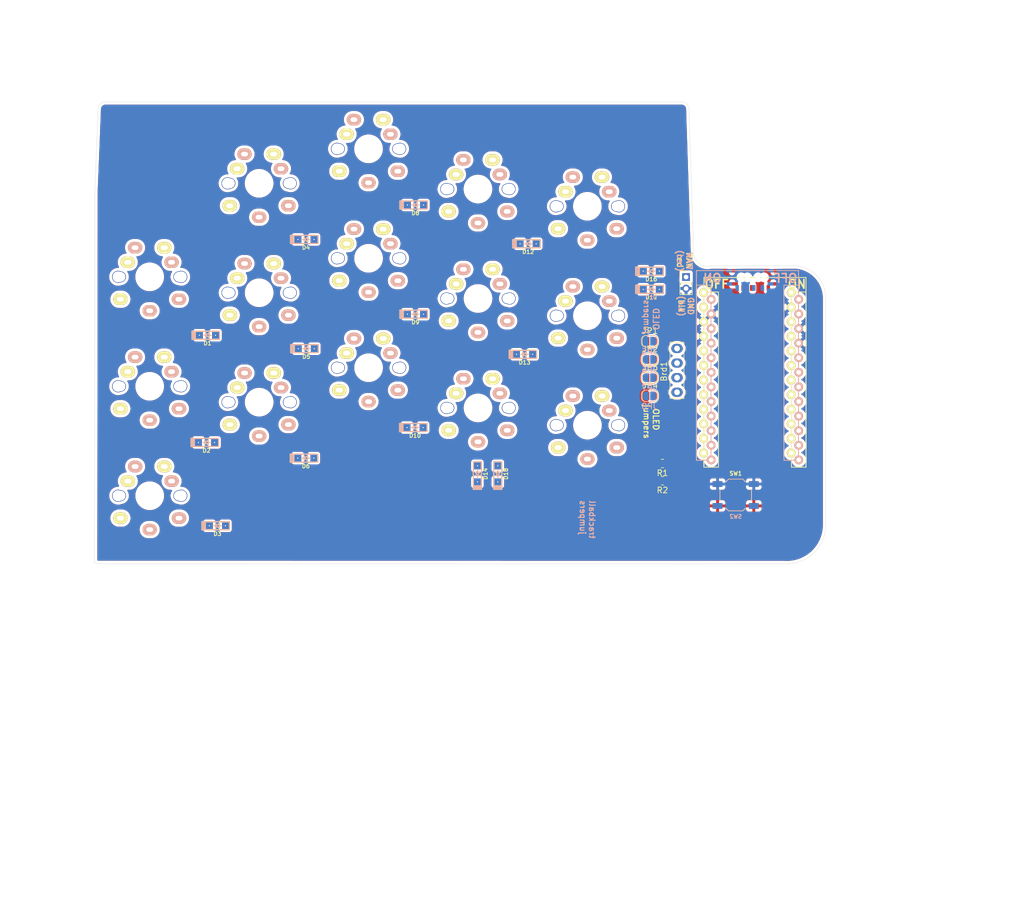
<source format=kicad_pcb>
(kicad_pcb (version 20211014) (generator pcbnew)
  (layers (0 "F.Cu" signal) (31 "B.Cu" signal) (34 "B.Paste" user) (35 "F.Paste" user) (36 "B.SilkS" user "B.Silkscreen") (37 "F.SilkS" user "F.Silkscreen") (38 "B.Mask" user) (39 "F.Mask" user) (44 "Edge.Cuts" user))
  (net 0 "")
  (net 1 "Net-(Brd1-Pad2)")
  (net 2 "Net-(Brd1-Pad1)")
  (net 3 "Net-(Brd1-Pad3)")
  (net 4 "Net-(Brd1-Pad4)")
  (net 5 "Net-(D1-Pad2)")
  (net 6 "row0")
  (net 7 "Net-(D2-Pad2)")
  (net 8 "row1")
  (net 9 "Net-(D3-Pad2)")
  (net 10 "row2")
  (net 11 "Net-(D4-Pad2)")
  (net 12 "Net-(D5-Pad2)")
  (net 13 "Net-(D6-Pad2)")
  (net 14 "row3")
  (net 15 "Net-(D8-Pad2)")
  (net 16 "Net-(D9-Pad2)")
  (net 17 "Net-(D10-Pad2)")
  (net 18 "Net-(D12-Pad2)")
  (net 19 "Net-(D13-Pad2)")
  (net 20 "Net-(D14-Pad2)")
  (net 21 "Net-(D16-Pad2)")
  (net 22 "Net-(D17-Pad2)")
  (net 23 "Net-(D18-Pad2)")
  (net 24 "power")
  (net 26 "leds")
  (net 27 "ground")
  (net 32 "sda")
  (net 33 "scl")
  (net 34 "col0")
  (net 35 "col1")
  (net 36 "col2")
  (net 37 "col3")
  (net 38 "col4")
  (net 39 "reset")
  (net 40 "connection")
  (net 41 "Net-(BT1-Pad1)")
  (net 42 "raw")
  (footprint "SSD1306:128x64OLED" (layer "F.Cu") (at 189.70625 90.4875 90)
    (fp_text reference "Brd1" (at 0 -12.9 90) (layer "F.SilkS"))
    (fp_text value "SSD1306")
    (pad "1" thru_hole oval locked (at -3.62 -10.6 180) (size 2 1.6) (drill 1) (layers *.Cu *.Mask) (net 2 "Net-(Brd1-Pad1)"))
    (pad "2" thru_hole oval locked (at -1.08 -10.6 180) (size 2 1.6) (drill 1) (layers *.Cu *.Mask) (net 1 "Net-(Brd1-Pad2)"))
    (pad "3" thru_hole oval locked (at 1.46 -10.6 180) (size 2 1.6) (drill 1) (layers *.Cu *.Mask) (net 3 "Net-(Brd1-Pad3)"))
    (pad "4" thru_hole oval locked (at 4 -10.6 180) (size 2 1.6) (drill 1) (layers *.Cu *.Mask) (net 4 "Net-(Brd1-Pad4)"))
  )
  (footprint "Keebio-Parts:D_SOD123F" (layer "F.Cu") (at 99.1 117.35)
    (fp_text reference "D3" (at 0 1.4) (layer "F.SilkS") (effects (font (size 0.7 0.7))))
    (fp_text value "D_Small" hide)
    (pad "1" thru_hole rect locked (at -1.4 0) (size 1.2 1.2) (drill 0.2) (layers *.Cu *.Mask) (net 10 "row2"))
    (pad "2" thru_hole rect locked (at 1.4 0) (size 1.2 1.2) (drill 0.2) (layers *.Cu *.Mask) (net 9 "Net-(D3-Pad2)"))
  )
  (footprint "Jumper:SolderJumper-2_P1.3mm_Open_RoundedPad1.0x1.5mm" (layer "F.Cu") (at 174.43125 85.225)
    (fp_text reference "JP1" (at 0 -1.8) (layer "F.SilkS"))
    (fp_text value "Jumper_NO_Small")
    (pad "1" smd custom locked (at -0.65 0) (size 1 0.5) (layers "F.Cu" "F.Mask") (net 32 "sda") (options (clearance outline) (anchor rect)) (primitives (gr_circle (center 0 0.25) (end 0.5 0.25) (width 0) (fill yes)) (gr_circle (center 0 -0.25) (end 0.5 -0.25) (width 0) (fill yes)) (gr_poly (pts (xy 0 -0.75) (xy 0.5 -0.75) (xy 0.5 0.75) (xy 0 0.75)) (width 0) (fill yes))))
    (pad "2" smd custom locked (at 0.65 0) (size 1 0.5) (layers "F.Cu" "F.Mask") (net 4 "Net-(Brd1-Pad4)") (options (clearance outline) (anchor rect)) (primitives (gr_circle (center 0 0.25) (end 0.5 0.25) (width 0) (fill yes)) (gr_circle (center 0 -0.25) (end 0.5 -0.25) (width 0) (fill yes)) (gr_poly (pts (xy 0 -0.75) (xy -0.5 -0.75) (xy -0.5 0.75) (xy 0 0.75)) (width 0) (fill yes))))
  )
  (footprint "Jumper:SolderJumper-2_P1.3mm_Open_RoundedPad1.0x1.5mm" (layer "F.Cu") (at 174.43125 88.4)
    (fp_text reference "JP2" (at 0 -1.8) (layer "F.SilkS"))
    (fp_text value "Jumper_NO_Small")
    (pad "1" smd custom locked (at -0.65 0) (size 1 0.5) (layers "F.Cu" "F.Mask") (net 33 "scl") (options (clearance outline) (anchor rect)) (primitives (gr_circle (center 0 0.25) (end 0.5 0.25) (width 0) (fill yes)) (gr_circle (center 0 -0.25) (end 0.5 -0.25) (width 0) (fill yes)) (gr_poly (pts (xy 0 -0.75) (xy 0.5 -0.75) (xy 0.5 0.75) (xy 0 0.75)) (width 0) (fill yes))))
    (pad "2" smd custom locked (at 0.65 0) (size 1 0.5) (layers "F.Cu" "F.Mask") (net 3 "Net-(Brd1-Pad3)") (options (clearance outline) (anchor rect)) (primitives (gr_circle (center 0 0.25) (end 0.5 0.25) (width 0) (fill yes)) (gr_circle (center 0 -0.25) (end 0.5 -0.25) (width 0) (fill yes)) (gr_poly (pts (xy 0 -0.75) (xy -0.5 -0.75) (xy -0.5 0.75) (xy 0 0.75)) (width 0) (fill yes))))
  )
  (footprint "Jumper:SolderJumper-2_P1.3mm_Open_RoundedPad1.0x1.5mm" (layer "F.Cu") (at 174.43125 91.575)
    (fp_text reference "JP3" (at 0 -1.8) (layer "F.SilkS"))
    (fp_text value "Jumper_NO_Small")
    (pad "1" smd custom locked (at -0.65 0) (size 1 0.5) (layers "F.Cu" "F.Mask") (net 24 "power") (options (clearance outline) (anchor rect)) (primitives (gr_circle (center 0 0.25) (end 0.5 0.25) (width 0) (fill yes)) (gr_circle (center 0 -0.25) (end 0.5 -0.25) (width 0) (fill yes)) (gr_poly (pts (xy 0 -0.75) (xy 0.5 -0.75) (xy 0.5 0.75) (xy 0 0.75)) (width 0) (fill yes))))
    (pad "2" smd custom locked (at 0.65 0) (size 1 0.5) (layers "F.Cu" "F.Mask") (net 1 "Net-(Brd1-Pad2)") (options (clearance outline) (anchor rect)) (primitives (gr_circle (center 0 0.25) (end 0.5 0.25) (width 0) (fill yes)) (gr_circle (center 0 -0.25) (end 0.5 -0.25) (width 0) (fill yes)) (gr_poly (pts (xy 0 -0.75) (xy -0.5 -0.75) (xy -0.5 0.75) (xy 0 0.75)) (width 0) (fill yes))))
  )
  (footprint "Jumper:SolderJumper-2_P1.3mm_Open_RoundedPad1.0x1.5mm" (layer "F.Cu") (at 174.43125 94.75)
    (fp_text reference "JP4" (at 0 -1.8) (layer "F.SilkS"))
    (fp_text value "Jumper_NO_Small")
    (pad "1" smd custom locked (at -0.65 0) (size 1 0.5) (layers "F.Cu" "F.Mask") (net 27 "ground") (options (clearance outline) (anchor rect)) (primitives (gr_circle (center 0 0.25) (end 0.5 0.25) (width 0) (fill yes)) (gr_circle (center 0 -0.25) (end 0.5 -0.25) (width 0) (fill yes)) (gr_poly (pts (xy 0 -0.75) (xy 0.5 -0.75) (xy 0.5 0.75) (xy 0 0.75)) (width 0) (fill yes))))
    (pad "2" smd custom locked (at 0.65 0) (size 1 0.5) (layers "F.Cu" "F.Mask") (net 2 "Net-(Brd1-Pad1)") (options (clearance outline) (anchor rect)) (primitives (gr_circle (center 0 0.25) (end 0.5 0.25) (width 0) (fill yes)) (gr_circle (center 0 -0.25) (end 0.5 -0.25) (width 0) (fill yes)) (gr_poly (pts (xy 0 -0.75) (xy -0.5 -0.75) (xy -0.5 0.75) (xy 0 0.75)) (width 0) (fill yes))))
  )
  (footprint "other_parts:CherryMX_Choc_1u_reversible" (layer "F.Cu") (at 87.30565 74.0186)
    (fp_text reference "MX1" hide)
    (fp_text value "MX-NoLED" hide)
    (pad "" np_thru_hole circle locked (at 5.08 0) (size 1.9 1.9) (drill 1.7) (layers *.Cu *.Mask))
    (pad "" np_thru_hole circle locked (at 0 0 90) (size 4 4) (drill 4) (layers *.Cu *.Mask))
    (pad "" np_thru_hole circle locked (at 5.5 0 90) (size 2.1 2.1) (drill 1.9) (layers *.Cu *.Mask))
    (pad "" np_thru_hole circle locked (at -5.5 0 90) (size 2.1 2.1) (drill 1.9) (layers *.Cu *.Mask))
    (pad "" np_thru_hole circle locked (at -5.08 0) (size 1.9 1.9) (drill 1.7) (layers *.Cu *.Mask))
    (pad "1" thru_hole oval locked (at 3.81 -2.54) (size 2.5 2) (drill oval 1.2 0.8) (layers *.Cu "B.SilkS" "F.Mask") (net 34 "col0"))
    (pad "1" thru_hole oval locked (at 5.1 3.9) (size 2.5 2) (drill oval 1.2 0.8) (layers *.Cu "B.SilkS" "F.Mask") (net 34 "col0"))
    (pad "1" thru_hole oval locked (at -5.1 3.9) (size 2.5 2) (drill oval 1.2 0.8) (layers *.Cu "F.SilkS" "B.Mask") (net 34 "col0"))
    (pad "1" thru_hole oval locked (at -3.81 -2.54) (size 2.5 2) (drill oval 1.2 0.8) (layers *.Cu "F.SilkS" "B.Mask") (net 34 "col0"))
    (pad "2" thru_hole oval locked (at -2.54 -5.08) (size 2.5 2) (drill oval 1.2 0.8) (layers *.Cu "B.SilkS" "F.Mask") (net 5 "Net-(D1-Pad2)"))
    (pad "2" thru_hole oval locked (at 0 5.9) (size 2.5 2) (drill oval 1.2 0.8) (layers *.Cu *.SilkS *.Mask) (net 5 "Net-(D1-Pad2)"))
    (pad "2" thru_hole oval locked (at 2.54 -5.08) (size 2.5 2) (drill oval 1.2 0.8) (layers *.Cu "F.SilkS" "B.Mask") (net 5 "Net-(D1-Pad2)"))
  )
  (footprint "other_parts:CherryMX_Choc_1u_reversible" (layer "F.Cu") (at 87.30565 93.07)
    (fp_text reference "MX2" hide)
    (fp_text value "MX-NoLED" hide)
    (pad "" np_thru_hole circle locked (at -5.5 0 90) (size 2.1 2.1) (drill 1.9) (layers *.Cu *.Mask))
    (pad "" np_thru_hole circle locked (at -5.08 0) (size 1.9 1.9) (drill 1.7) (layers *.Cu *.Mask))
    (pad "" np_thru_hole circle locked (at 5.08 0) (size 1.9 1.9) (drill 1.7) (layers *.Cu *.Mask))
    (pad "" np_thru_hole circle locked (at 5.5 0 90) (size 2.1 2.1) (drill 1.9) (layers *.Cu *.Mask))
    (pad "" np_thru_hole circle locked (at 0 0 90) (size 4 4) (drill 4) (layers *.Cu *.Mask))
    (pad "1" thru_hole oval locked (at 3.81 -2.54) (size 2.5 2) (drill oval 1.2 0.8) (layers *.Cu "B.SilkS" "F.Mask") (net 34 "col0"))
    (pad "1" thru_hole oval locked (at -5.1 3.9) (size 2.5 2) (drill oval 1.2 0.8) (layers *.Cu "F.SilkS" "B.Mask") (net 34 "col0"))
    (pad "1" thru_hole oval locked (at -3.81 -2.54) (size 2.5 2) (drill oval 1.2 0.8) (layers *.Cu "F.SilkS" "B.Mask") (net 34 "col0"))
    (pad "1" thru_hole oval locked (at 5.1 3.9) (size 2.5 2) (drill oval 1.2 0.8) (layers *.Cu "B.SilkS" "F.Mask") (net 34 "col0"))
    (pad "2" thru_hole oval locked (at -2.54 -5.08) (size 2.5 2) (drill oval 1.2 0.8) (layers *.Cu "B.SilkS" "F.Mask") (net 7 "Net-(D2-Pad2)"))
    (pad "2" thru_hole oval locked (at 2.54 -5.08) (size 2.5 2) (drill oval 1.2 0.8) (layers *.Cu "F.SilkS" "B.Mask") (net 7 "Net-(D2-Pad2)"))
    (pad "2" thru_hole oval locked (at 0 5.9) (size 2.5 2) (drill oval 1.2 0.8) (layers *.Cu *.SilkS *.Mask) (net 7 "Net-(D2-Pad2)"))
  )
  (footprint "other_parts:CherryMX_Choc_1u_reversible" (layer "F.Cu") (at 87.3125 112.12)
    (fp_text reference "MX3" hide)
    (fp_text value "MX-NoLED" hide)
    (pad "" np_thru_hole circle locked (at -5.5 0 90) (size 2.1 2.1) (drill 1.9) (layers *.Cu *.Mask))
    (pad "" np_thru_hole circle locked (at 5.08 0) (size 1.9 1.9) (drill 1.7) (layers *.Cu *.Mask))
    (pad "" np_thru_hole circle locked (at -5.08 0) (size 1.9 1.9) (drill 1.7) (layers *.Cu *.Mask))
    (pad "" np_thru_hole circle locked (at 0 0 90) (size 4 4) (drill 4) (layers *.Cu *.Mask))
    (pad "" np_thru_hole circle locked (at 5.5 0 90) (size 2.1 2.1) (drill 1.9) (layers *.Cu *.Mask))
    (pad "1" thru_hole oval locked (at -5.1 3.9) (size 2.5 2) (drill oval 1.2 0.8) (layers *.Cu "F.SilkS" "B.Mask") (net 34 "col0"))
    (pad "1" thru_hole oval locked (at 5.1 3.9) (size 2.5 2) (drill oval 1.2 0.8) (layers *.Cu "B.SilkS" "F.Mask") (net 34 "col0"))
    (pad "1" thru_hole oval locked (at -3.81 -2.54) (size 2.5 2) (drill oval 1.2 0.8) (layers *.Cu "F.SilkS" "B.Mask") (net 34 "col0"))
    (pad "1" thru_hole oval locked (at 3.81 -2.54) (size 2.5 2) (drill oval 1.2 0.8) (layers *.Cu "B.SilkS" "F.Mask") (net 34 "col0"))
    (pad "2" thru_hole oval locked (at 2.54 -5.08) (size 2.5 2) (drill oval 1.2 0.8) (layers *.Cu "F.SilkS" "B.Mask") (net 9 "Net-(D3-Pad2)"))
    (pad "2" thru_hole oval locked (at -2.54 -5.08) (size 2.5 2) (drill oval 1.2 0.8) (layers *.Cu "B.SilkS" "F.Mask") (net 9 "Net-(D3-Pad2)"))
    (pad "2" thru_hole oval locked (at 0 5.9) (size 2.5 2) (drill oval 1.2 0.8) (layers *.Cu *.SilkS *.Mask) (net 9 "Net-(D3-Pad2)"))
  )
  (footprint "other_parts:CherryMX_Choc_1u_reversible" (layer "F.Cu") (at 106.35445 57.7361)
    (fp_text reference "MX4" hide)
    (fp_text value "MX-NoLED" hide)
    (pad "" np_thru_hole circle locked (at 5.5 0 90) (size 2.1 2.1) (drill 1.9) (layers *.Cu *.Mask))
    (pad "" np_thru_hole circle locked (at -5.08 0) (size 1.9 1.9) (drill 1.7) (layers *.Cu *.Mask))
    (pad "" np_thru_hole circle locked (at 5.08 0) (size 1.9 1.9) (drill 1.7) (layers *.Cu *.Mask))
    (pad "" np_thru_hole circle locked (at -5.5 0 90) (size 2.1 2.1) (drill 1.9) (layers *.Cu *.Mask))
    (pad "" np_thru_hole circle locked (at 0 0 90) (size 4 4) (drill 4) (layers *.Cu *.Mask))
    (pad "1" thru_hole oval locked (at -5.1 3.9) (size 2.5 2) (drill oval 1.2 0.8) (layers *.Cu "F.SilkS" "B.Mask") (net 35 "col1"))
    (pad "1" thru_hole oval locked (at -3.81 -2.54) (size 2.5 2) (drill oval 1.2 0.8) (layers *.Cu "F.SilkS" "B.Mask") (net 35 "col1"))
    (pad "1" thru_hole oval locked (at 3.81 -2.54) (size 2.5 2) (drill oval 1.2 0.8) (layers *.Cu "B.SilkS" "F.Mask") (net 35 "col1"))
    (pad "1" thru_hole oval locked (at 5.1 3.9) (size 2.5 2) (drill oval 1.2 0.8) (layers *.Cu "B.SilkS" "F.Mask") (net 35 "col1"))
    (pad "2" thru_hole oval locked (at 2.54 -5.08) (size 2.5 2) (drill oval 1.2 0.8) (layers *.Cu "F.SilkS" "B.Mask") (net 11 "Net-(D4-Pad2)"))
    (pad "2" thru_hole oval locked (at 0 5.9) (size 2.5 2) (drill oval 1.2 0.8) (layers *.Cu *.SilkS *.Mask) (net 11 "Net-(D4-Pad2)"))
    (pad "2" thru_hole oval locked (at -2.54 -5.08) (size 2.5 2) (drill oval 1.2 0.8) (layers *.Cu "B.SilkS" "F.Mask") (net 11 "Net-(D4-Pad2)"))
  )
  (footprint "other_parts:CherryMX_Choc_1u_reversible" (layer "F.Cu") (at 106.3625 76.7875)
    (fp_text reference "MX5" hide)
    (fp_text value "MX-NoLED" hide)
    (pad "" np_thru_hole circle locked (at 5.5 0 90) (size 2.1 2.1) (drill 1.9) (layers *.Cu *.Mask))
    (pad "" np_thru_hole circle locked (at -5.08 0) (size 1.9 1.9) (drill 1.7) (layers *.Cu *.Mask))
    (pad "" np_thru_hole circle locked (at 5.08 0) (size 1.9 1.9) (drill 1.7) (layers *.Cu *.Mask))
    (pad "" np_thru_hole circle locked (at 0 0 90) (size 4 4) (drill 4) (layers *.Cu *.Mask))
    (pad "" np_thru_hole circle locked (at -5.5 0 90) (size 2.1 2.1) (drill 1.9) (layers *.Cu *.Mask))
    (pad "1" thru_hole oval locked (at 5.1 3.9) (size 2.5 2) (drill oval 1.2 0.8) (layers *.Cu "B.SilkS" "F.Mask") (net 35 "col1"))
    (pad "1" thru_hole oval locked (at 3.81 -2.54) (size 2.5 2) (drill oval 1.2 0.8) (layers *.Cu "B.SilkS" "F.Mask") (net 35 "col1"))
    (pad "1" thru_hole oval locked (at -5.1 3.9) (size 2.5 2) (drill oval 1.2 0.8) (layers *.Cu "F.SilkS" "B.Mask") (net 35 "col1"))
    (pad "1" thru_hole oval locked (at -3.81 -2.54) (size 2.5 2) (drill oval 1.2 0.8) (layers *.Cu "F.SilkS" "B.Mask") (net 35 "col1"))
    (pad "2" thru_hole oval locked (at 0 5.9) (size 2.5 2) (drill oval 1.2 0.8) (layers *.Cu *.SilkS *.Mask) (net 12 "Net-(D5-Pad2)"))
    (pad "2" thru_hole oval locked (at -2.54 -5.08) (size 2.5 2) (drill oval 1.2 0.8) (layers *.Cu "B.SilkS" "F.Mask") (net 12 "Net-(D5-Pad2)"))
    (pad "2" thru_hole oval locked (at 2.54 -5.08) (size 2.5 2) (drill oval 1.2 0.8) (layers *.Cu "F.SilkS" "B.Mask") (net 12 "Net-(D5-Pad2)"))
  )
  (footprint "other_parts:CherryMX_Choc_1u_reversible" (layer "F.Cu") (at 106.3625 95.8375)
    (fp_text reference "MX6" hide)
    (fp_text value "MX-NoLED" hide)
    (pad "" np_thru_hole circle locked (at 5.08 0) (size 1.9 1.9) (drill 1.7) (layers *.Cu *.Mask))
    (pad "" np_thru_hole circle locked (at 0 0 90) (size 4 4) (drill 4) (layers *.Cu *.Mask))
    (pad "" np_thru_hole circle locked (at 5.5 0 90) (size 2.1 2.1) (drill 1.9) (layers *.Cu *.Mask))
    (pad "" np_thru_hole circle locked (at -5.08 0) (size 1.9 1.9) (drill 1.7) (layers *.Cu *.Mask))
    (pad "" np_thru_hole circle locked (at -5.5 0 90) (size 2.1 2.1) (drill 1.9) (layers *.Cu *.Mask))
    (pad "1" thru_hole oval locked (at 5.1 3.9) (size 2.5 2) (drill oval 1.2 0.8) (layers *.Cu "B.SilkS" "F.Mask") (net 35 "col1"))
    (pad "1" thru_hole oval locked (at -5.1 3.9) (size 2.5 2) (drill oval 1.2 0.8) (layers *.Cu "F.SilkS" "B.Mask") (net 35 "col1"))
    (pad "1" thru_hole oval locked (at -3.81 -2.54) (size 2.5 2) (drill oval 1.2 0.8) (layers *.Cu "F.SilkS" "B.Mask") (net 35 "col1"))
    (pad "1" thru_hole oval locked (at 3.81 -2.54) (size 2.5 2) (drill oval 1.2 0.8) (layers *.Cu "B.SilkS" "F.Mask") (net 35 "col1"))
    (pad "2" thru_hole oval locked (at 2.54 -5.08) (size 2.5 2) (drill oval 1.2 0.8) (layers *.Cu "F.SilkS" "B.Mask") (net 13 "Net-(D6-Pad2)"))
    (pad "2" thru_hole oval locked (at 0 5.9) (size 2.5 2) (drill oval 1.2 0.8) (layers *.Cu *.SilkS *.Mask) (net 13 "Net-(D6-Pad2)"))
    (pad "2" thru_hole oval locked (at -2.54 -5.08) (size 2.5 2) (drill oval 1.2 0.8) (layers *.Cu "B.SilkS" "F.Mask") (net 13 "Net-(D6-Pad2)"))
  )
  (footprint "other_parts:CherryMX_Choc_1u_reversible" (layer "F.Cu") (at 125.40325 51.7361)
    (fp_text reference "MX7" hide)
    (fp_text value "MX-NoLED" hide)
    (pad "" np_thru_hole circle locked (at -5.5 0 90) (size 2.1 2.1) (drill 1.9) (layers *.Cu *.Mask))
    (pad "" np_thru_hole circle locked (at -5.08 0) (size 1.9 1.9) (drill 1.7) (layers *.Cu *.Mask))
    (pad "" np_thru_hole circle locked (at 5.5 0 90) (size 2.1 2.1) (drill 1.9) (layers *.Cu *.Mask))
    (pad "" np_thru_hole circle locked (at 0 0 90) (size 4 4) (drill 4) (layers *.Cu *.Mask))
    (pad "" np_thru_hole circle locked (at 5.08 0) (size 1.9 1.9) (drill 1.7) (layers *.Cu *.Mask))
    (pad "1" thru_hole oval locked (at 5.1 3.9) (size 2.5 2) (drill oval 1.2 0.8) (layers *.Cu "B.SilkS" "F.Mask") (net 36 "col2"))
    (pad "1" thru_hole oval locked (at -5.1 3.9) (size 2.5 2) (drill oval 1.2 0.8) (layers *.Cu "F.SilkS" "B.Mask") (net 36 "col2"))
    (pad "1" thru_hole oval locked (at -3.81 -2.54) (size 2.5 2) (drill oval 1.2 0.8) (layers *.Cu "F.SilkS" "B.Mask") (net 36 "col2"))
    (pad "1" thru_hole oval locked (at 3.81 -2.54) (size 2.5 2) (drill oval 1.2 0.8) (layers *.Cu "B.SilkS" "F.Mask") (net 36 "col2"))
    (pad "2" thru_hole oval locked (at 0 5.9) (size 2.5 2) (drill oval 1.2 0.8) (layers *.Cu *.SilkS *.Mask) (net 15 "Net-(D8-Pad2)"))
    (pad "2" thru_hole oval locked (at 2.54 -5.08) (size 2.5 2) (drill oval 1.2 0.8) (layers *.Cu "F.SilkS" "B.Mask") (net 15 "Net-(D8-Pad2)"))
    (pad "2" thru_hole oval locked (at -2.54 -5.08) (size 2.5 2) (drill oval 1.2 0.8) (layers *.Cu "B.SilkS" "F.Mask") (net 15 "Net-(D8-Pad2)"))
  )
  (footprint "other_parts:CherryMX_Choc_1u_reversible" (layer "F.Cu") (at 125.4125 70.7875)
    (fp_text reference "MX8" hide)
    (fp_text value "MX-NoLED" hide)
    (pad "" np_thru_hole circle locked (at -5.08 0) (size 1.9 1.9) (drill 1.7) (layers *.Cu *.Mask))
    (pad "" np_thru_hole circle locked (at 5.5 0 90) (size 2.1 2.1) (drill 1.9) (layers *.Cu *.Mask))
    (pad "" np_thru_hole circle locked (at 5.08 0) (size 1.9 1.9) (drill 1.7) (layers *.Cu *.Mask))
    (pad "" np_thru_hole circle locked (at 0 0 90) (size 4 4) (drill 4) (layers *.Cu *.Mask))
    (pad "" np_thru_hole circle locked (at -5.5 0 90) (size 2.1 2.1) (drill 1.9) (layers *.Cu *.Mask))
    (pad "1" thru_hole oval locked (at 3.81 -2.54) (size 2.5 2) (drill oval 1.2 0.8) (layers *.Cu "B.SilkS" "F.Mask") (net 36 "col2"))
    (pad "1" thru_hole oval locked (at -5.1 3.9) (size 2.5 2) (drill oval 1.2 0.8) (layers *.Cu "F.SilkS" "B.Mask") (net 36 "col2"))
    (pad "1" thru_hole oval locked (at 5.1 3.9) (size 2.5 2) (drill oval 1.2 0.8) (layers *.Cu "B.SilkS" "F.Mask") (net 36 "col2"))
    (pad "1" thru_hole oval locked (at -3.81 -2.54) (size 2.5 2) (drill oval 1.2 0.8) (layers *.Cu "F.SilkS" "B.Mask") (net 36 "col2"))
    (pad "2" thru_hole oval locked (at 0 5.9) (size 2.5 2) (drill oval 1.2 0.8) (layers *.Cu *.SilkS *.Mask) (net 16 "Net-(D9-Pad2)"))
    (pad "2" thru_hole oval locked (at 2.54 -5.08) (size 2.5 2) (drill oval 1.2 0.8) (layers *.Cu "F.SilkS" "B.Mask") (net 16 "Net-(D9-Pad2)"))
    (pad "2" thru_hole oval locked (at -2.54 -5.08) (size 2.5 2) (drill oval 1.2 0.8) (layers *.Cu "B.SilkS" "F.Mask") (net 16 "Net-(D9-Pad2)"))
  )
  (footprint "other_parts:CherryMX_Choc_1u_reversible" (layer "F.Cu") (at 125.4125 89.8375)
    (fp_text reference "MX9" hide)
    (fp_text value "MX-NoLED" hide)
    (pad "" np_thru_hole circle locked (at 0 0 90) (size 4 4) (drill 4) (layers *.Cu *.Mask))
    (pad "" np_thru_hole circle locked (at 5.08 0) (size 1.9 1.9) (drill 1.7) (layers *.Cu *.Mask))
    (pad "" np_thru_hole circle locked (at -5.08 0) (size 1.9 1.9) (drill 1.7) (layers *.Cu *.Mask))
    (pad "" np_thru_hole circle locked (at -5.5 0 90) (size 2.1 2.1) (drill 1.9) (layers *.Cu *.Mask))
    (pad "" np_thru_hole circle locked (at 5.5 0 90) (size 2.1 2.1) (drill 1.9) (layers *.Cu *.Mask))
    (pad "1" thru_hole oval locked (at 5.1 3.9) (size 2.5 2) (drill oval 1.2 0.8) (layers *.Cu "B.SilkS" "F.Mask") (net 36 "col2"))
    (pad "1" thru_hole oval locked (at -5.1 3.9) (size 2.5 2) (drill oval 1.2 0.8) (layers *.Cu "F.SilkS" "B.Mask") (net 36 "col2"))
    (pad "1" thru_hole oval locked (at 3.81 -2.54) (size 2.5 2) (drill oval 1.2 0.8) (layers *.Cu "B.SilkS" "F.Mask") (net 36 "col2"))
    (pad "1" thru_hole oval locked (at -3.81 -2.54) (size 2.5 2) (drill oval 1.2 0.8) (layers *.Cu "F.SilkS" "B.Mask") (net 36 "col2"))
    (pad "2" thru_hole oval locked (at -2.54 -5.08) (size 2.5 2) (drill oval 1.2 0.8) (layers *.Cu "B.SilkS" "F.Mask") (net 17 "Net-(D10-Pad2)"))
    (pad "2" thru_hole oval locked (at 2.54 -5.08) (size 2.5 2) (drill oval 1.2 0.8) (layers *.Cu "F.SilkS" "B.Mask") (net 17 "Net-(D10-Pad2)"))
    (pad "2" thru_hole oval locked (at 0 5.9) (size 2.5 2) (drill oval 1.2 0.8) (layers *.Cu *.SilkS *.Mask) (net 17 "Net-(D10-Pad2)"))
  )
  (footprint "other_parts:CherryMX_Choc_1u_reversible" (layer "F.Cu") (at 144.45205 58.7361)
    (fp_text reference "MX11" hide)
    (fp_text value "MX-NoLED" hide)
    (pad "" np_thru_hole circle locked (at 5.08 0) (size 1.9 1.9) (drill 1.7) (layers *.Cu *.Mask))
    (pad "" np_thru_hole circle locked (at -5.08 0) (size 1.9 1.9) (drill 1.7) (layers *.Cu *.Mask))
    (pad "" np_thru_hole circle locked (at 0 0 90) (size 4 4) (drill 4) (layers *.Cu *.Mask))
    (pad "" np_thru_hole circle locked (at 5.5 0 90) (size 2.1 2.1) (drill 1.9) (layers *.Cu *.Mask))
    (pad "" np_thru_hole circle locked (at -5.5 0 90) (size 2.1 2.1) (drill 1.9) (layers *.Cu *.Mask))
    (pad "1" thru_hole oval locked (at 3.81 -2.54) (size 2.5 2) (drill oval 1.2 0.8) (layers *.Cu "B.SilkS" "F.Mask") (net 37 "col3"))
    (pad "1" thru_hole oval locked (at -3.81 -2.54) (size 2.5 2) (drill oval 1.2 0.8) (layers *.Cu "F.SilkS" "B.Mask") (net 37 "col3"))
    (pad "1" thru_hole oval locked (at -5.1 3.9) (size 2.5 2) (drill oval 1.2 0.8) (layers *.Cu "F.SilkS" "B.Mask") (net 37 "col3"))
    (pad "1" thru_hole oval locked (at 5.1 3.9) (size 2.5 2) (drill oval 1.2 0.8) (layers *.Cu "B.SilkS" "F.Mask") (net 37 "col3"))
    (pad "2" thru_hole oval locked (at -2.54 -5.08) (size 2.5 2) (drill oval 1.2 0.8) (layers *.Cu "B.SilkS" "F.Mask") (net 18 "Net-(D12-Pad2)"))
    (pad "2" thru_hole oval locked (at 0 5.9) (size 2.5 2) (drill oval 1.2 0.8) (layers *.Cu *.SilkS *.Mask) (net 18 "Net-(D12-Pad2)"))
    (pad "2" thru_hole oval locked (at 2.54 -5.08) (size 2.5 2) (drill oval 1.2 0.8) (layers *.Cu "F.SilkS" "B.Mask") (net 18 "Net-(D12-Pad2)"))
  )
  (footprint "other_parts:CherryMX_Choc_1u_reversible" (layer "F.Cu") (at 144.4625 77.7875)
    (fp_text reference "MX12" hide)
    (fp_text value "MX-NoLED" hide)
    (pad "" np_thru_hole circle locked (at 5.08 0) (size 1.9 1.9) (drill 1.7) (layers *.Cu *.Mask))
    (pad "" np_thru_hole circle locked (at 0 0 90) (size 4 4) (drill 4) (layers *.Cu *.Mask))
    (pad "" np_thru_hole circle locked (at -5.08 0) (size 1.9 1.9) (drill 1.7) (layers *.Cu *.Mask))
    (pad "" np_thru_hole circle locked (at 5.5 0 90) (size 2.1 2.1) (drill 1.9) (layers *.Cu *.Mask))
    (pad "" np_thru_hole circle locked (at -5.5 0 90) (size 2.1 2.1) (drill 1.9) (layers *.Cu *.Mask))
    (pad "1" thru_hole oval locked (at -5.1 3.9) (size 2.5 2) (drill oval 1.2 0.8) (layers *.Cu "F.SilkS" "B.Mask") (net 37 "col3"))
    (pad "1" thru_hole oval locked (at 3.81 -2.54) (size 2.5 2) (drill oval 1.2 0.8) (layers *.Cu "B.SilkS" "F.Mask") (net 37 "col3"))
    (pad "1" thru_hole oval locked (at 5.1 3.9) (size 2.5 2) (drill oval 1.2 0.8) (layers *.Cu "B.SilkS" "F.Mask") (net 37 "col3"))
    (pad "1" thru_hole oval locked (at -3.81 -2.54) (size 2.5 2) (drill oval 1.2 0.8) (layers *.Cu "F.SilkS" "B.Mask") (net 37 "col3"))
    (pad "2" thru_hole oval locked (at 2.54 -5.08) (size 2.5 2) (drill oval 1.2 0.8) (layers *.Cu "F.SilkS" "B.Mask") (net 19 "Net-(D13-Pad2)"))
    (pad "2" thru_hole oval locked (at -2.54 -5.08) (size 2.5 2) (drill oval 1.2 0.8) (layers *.Cu "B.SilkS" "F.Mask") (net 19 "Net-(D13-Pad2)"))
    (pad "2" thru_hole oval locked (at 0 5.9) (size 2.5 2) (drill oval 1.2 0.8) (layers *.Cu *.SilkS *.Mask) (net 19 "Net-(D13-Pad2)"))
  )
  (footprint "other_parts:CherryMX_Choc_1u_reversible" (layer "F.Cu") (at 144.4625 96.8375)
    (fp_text reference "MX13" hide)
    (fp_text value "MX-NoLED" hide)
    (pad "" np_thru_hole circle locked (at 5.5 0 90) (size 2.1 2.1) (drill 1.9) (layers *.Cu *.Mask))
    (pad "" np_thru_hole circle locked (at 5.08 0) (size 1.9 1.9) (drill 1.7) (layers *.Cu *.Mask))
    (pad "" np_thru_hole circle locked (at -5.5 0 90) (size 2.1 2.1) (drill 1.9) (layers *.Cu *.Mask))
    (pad "" np_thru_hole circle locked (at 0 0 90) (size 4 4) (drill 4) (layers *.Cu *.Mask))
    (pad "" np_thru_hole circle locked (at -5.08 0) (size 1.9 1.9) (drill 1.7) (layers *.Cu *.Mask))
    (pad "1" thru_hole oval locked (at 3.81 -2.54) (size 2.5 2) (drill oval 1.2 0.8) (layers *.Cu "B.SilkS" "F.Mask") (net 37 "col3"))
    (pad "1" thru_hole oval locked (at -3.81 -2.54) (size 2.5 2) (drill oval 1.2 0.8) (layers *.Cu "F.SilkS" "B.Mask") (net 37 "col3"))
    (pad "1" thru_hole oval locked (at 5.1 3.9) (size 2.5 2) (drill oval 1.2 0.8) (layers *.Cu "B.SilkS" "F.Mask") (net 37 "col3"))
    (pad "1" thru_hole oval locked (at -5.1 3.9) (size 2.5 2) (drill oval 1.2 0.8) (layers *.Cu "F.SilkS" "B.Mask") (net 37 "col3"))
    (pad "2" thru_hole oval locked (at 0 5.9) (size 2.5 2) (drill oval 1.2 0.8) (layers *.Cu *.SilkS *.Mask) (net 20 "Net-(D14-Pad2)"))
    (pad "2" thru_hole oval locked (at 2.54 -5.08) (size 2.5 2) (drill oval 1.2 0.8) (layers *.Cu "F.SilkS" "B.Mask") (net 20 "Net-(D14-Pad2)"))
    (pad "2" thru_hole oval locked (at -2.54 -5.08) (size 2.5 2) (drill oval 1.2 0.8) (layers *.Cu "B.SilkS" "F.Mask") (net 20 "Net-(D14-Pad2)"))
  )
  (footprint "other_parts:CherryMX_Choc_1u_reversible" (layer "F.Cu") (at 163.50085 61.7361)
    (fp_text reference "MX15" hide)
    (fp_text value "MX-NoLED" hide)
    (pad "" np_thru_hole circle locked (at 5.5 0 90) (size 2.1 2.1) (drill 1.9) (layers *.Cu *.Mask))
    (pad "" np_thru_hole circle locked (at 5.08 0) (size 1.9 1.9) (drill 1.7) (layers *.Cu *.Mask))
    (pad "" np_thru_hole circle locked (at 0 0 90) (size 4 4) (drill 4) (layers *.Cu *.Mask))
    (pad "" np_thru_hole circle locked (at -5.08 0) (size 1.9 1.9) (drill 1.7) (layers *.Cu *.Mask))
    (pad "" np_thru_hole circle locked (at -5.5 0 90) (size 2.1 2.1) (drill 1.9) (layers *.Cu *.Mask))
    (pad "1" thru_hole oval locked (at -5.1 3.9) (size 2.5 2) (drill oval 1.2 0.8) (layers *.Cu "F.SilkS" "B.Mask") (net 38 "col4"))
    (pad "1" thru_hole oval locked (at -3.81 -2.54) (size 2.5 2) (drill oval 1.2 0.8) (layers *.Cu "F.SilkS" "B.Mask") (net 38 "col4"))
    (pad "1" thru_hole oval locked (at 5.1 3.9) (size 2.5 2) (drill oval 1.2 0.8) (layers *.Cu "B.SilkS" "F.Mask") (net 38 "col4"))
    (pad "1" thru_hole oval locked (at 3.81 -2.54) (size 2.5 2) (drill oval 1.2 0.8) (layers *.Cu "B.SilkS" "F.Mask") (net 38 "col4"))
    (pad "2" thru_hole oval locked (at -2.54 -5.08) (size 2.5 2) (drill oval 1.2 0.8) (layers *.Cu "B.SilkS" "F.Mask") (net 21 "Net-(D16-Pad2)"))
    (pad "2" thru_hole oval locked (at 0 5.9) (size 2.5 2) (drill oval 1.2 0.8) (layers *.Cu *.SilkS *.Mask) (net 21 "Net-(D16-Pad2)"))
    (pad "2" thru_hole oval locked (at 2.54 -5.08) (size 2.5 2) (drill oval 1.2 0.8) (layers *.Cu "F.SilkS" "B.Mask") (net 21 "Net-(D16-Pad2)"))
  )
  (footprint "other_parts:CherryMX_Choc_1u_reversible" (layer "F.Cu") (at 163.5125 80.7875)
    (fp_text reference "MX16" hide)
    (fp_text value "MX-NoLED" hide)
    (pad "" np_thru_hole circle locked (at 5.08 0) (size 1.9 1.9) (drill 1.7) (layers *.Cu *.Mask))
    (pad "" np_thru_hole circle locked (at -5.5 0 90) (size 2.1 2.1) (drill 1.9) (layers *.Cu *.Mask))
    (pad "" np_thru_hole circle locked (at 0 0 90) (size 4 4) (drill 4) (layers *.Cu *.Mask))
    (pad "" np_thru_hole circle locked (at 5.5 0 90) (size 2.1 2.1) (drill 1.9) (layers *.Cu *.Mask))
    (pad "" np_thru_hole circle locked (at -5.08 0) (size 1.9 1.9) (drill 1.7) (layers *.Cu *.Mask))
    (pad "1" thru_hole oval locked (at -3.81 -2.54) (size 2.5 2) (drill oval 1.2 0.8) (layers *.Cu "F.SilkS" "B.Mask") (net 38 "col4"))
    (pad "1" thru_hole oval locked (at 5.1 3.9) (size 2.5 2) (drill oval 1.2 0.8) (layers *.Cu "B.SilkS" "F.Mask") (net 38 "col4"))
    (pad "1" thru_hole oval locked (at -5.1 3.9) (size 2.5 2) (drill oval 1.2 0.8) (layers *.Cu "F.SilkS" "B.Mask") (net 38 "col4"))
    (pad "1" thru_hole oval locked (at 3.81 -2.54) (size 2.5 2) (drill oval 1.2 0.8) (layers *.Cu "B.SilkS" "F.Mask") (net 38 "col4"))
    (pad "2" thru_hole oval locked (at 2.54 -5.08) (size 2.5 2) (drill oval 1.2 0.8) (layers *.Cu "F.SilkS" "B.Mask") (net 22 "Net-(D17-Pad2)"))
    (pad "2" thru_hole oval locked (at 0 5.9) (size 2.5 2) (drill oval 1.2 0.8) (layers *.Cu *.SilkS *.Mask) (net 22 "Net-(D17-Pad2)"))
    (pad "2" thru_hole oval locked (at -2.54 -5.08) (size 2.5 2) (drill oval 1.2 0.8) (layers *.Cu "B.SilkS" "F.Mask") (net 22 "Net-(D17-Pad2)"))
  )
  (footprint "other_parts:CherryMX_Choc_1u_reversible" (layer "F.Cu") (at 163.5125 99.8375)
    (fp_text reference "MX17" hide)
    (fp_text value "MX-NoLED" hide)
    (pad "" np_thru_hole circle locked (at 5.5 0 90) (size 2.1 2.1) (drill 1.9) (layers *.Cu *.Mask))
    (pad "" np_thru_hole circle locked (at -5.5 0 90) (size 2.1 2.1) (drill 1.9) (layers *.Cu *.Mask))
    (pad "" np_thru_hole circle locked (at 0 0 90) (size 4 4) (drill 4) (layers *.Cu *.Mask))
    (pad "" np_thru_hole circle locked (at -5.08 0) (size 1.9 1.9) (drill 1.7) (layers *.Cu *.Mask))
    (pad "" np_thru_hole circle locked (at 5.08 0) (size 1.9 1.9) (drill 1.7) (layers *.Cu *.Mask))
    (pad "1" thru_hole oval locked (at 3.81 -2.54) (size 2.5 2) (drill oval 1.2 0.8) (layers *.Cu "B.SilkS" "F.Mask") (net 38 "col4"))
    (pad "1" thru_hole oval locked (at 5.1 3.9) (size 2.5 2) (drill oval 1.2 0.8) (layers *.Cu "B.SilkS" "F.Mask") (net 38 "col4"))
    (pad "1" thru_hole oval locked (at -3.81 -2.54) (size 2.5 2) (drill oval 1.2 0.8) (layers *.Cu "F.SilkS" "B.Mask") (net 38 "col4"))
    (pad "1" thru_hole oval locked (at -5.1 3.9) (size 2.5 2) (drill oval 1.2 0.8) (layers *.Cu "F.SilkS" "B.Mask") (net 38 "col4"))
    (pad "2" thru_hole oval locked (at 0 5.9) (size 2.5 2) (drill oval 1.2 0.8) (layers *.Cu *.SilkS *.Mask) (net 23 "Net-(D18-Pad2)"))
    (pad "2" thru_hole oval locked (at 2.54 -5.08) (size 2.5 2) (drill oval 1.2 0.8) (layers *.Cu "F.SilkS" "B.Mask") (net 23 "Net-(D18-Pad2)"))
    (pad "2" thru_hole oval locked (at -2.54 -5.08) (size 2.5 2) (drill oval 1.2 0.8) (layers *.Cu "B.SilkS" "F.Mask") (net 23 "Net-(D18-Pad2)"))
  )
  (footprint "Resistor_SMD:R_0805_2012Metric" (layer "F.Cu") (at 176.56875 106.5125 180)
    (fp_text reference "R1" (at 0 -1.65) (layer "F.SilkS"))
    (fp_text value "4.7k")
    (pad "1" smd roundrect locked (at -0.9125 0 180) (size 1.025 1.4) (layers "F.Cu" "F.Paste" "F.Mask") (roundrect_rratio 0.2439004878) (net 24 "power"))
    (pad "2" smd roundrect locked (at 0.9125 0 180) (size 1.025 1.4) (layers "F.Cu" "F.Paste" "F.Mask") (roundrect_rratio 0.2439004878) (net 32 "sda"))
  )
  (footprint "Resistor_SMD:R_0805_2012Metric" (layer "F.Cu") (at 176.56875 109.5125 180)
    (fp_text reference "R2" (at 0 -1.65) (layer "F.SilkS"))
    (fp_text value "4.7k")
    (pad "1" smd roundrect locked (at -0.9125 0 180) (size 1.025 1.4) (layers "F.Cu" "F.Paste" "F.Mask") (roundrect_rratio 0.2439004878) (net 24 "power"))
    (pad "2" smd roundrect locked (at 0.9125 0 180) (size 1.025 1.4) (layers "F.Cu" "F.Paste" "F.Mask") (roundrect_rratio 0.2439004878) (net 33 "scl"))
  )
  (footprint "Keebio-Parts:SW_SPST_TL3342" (layer "F.Cu") (at 189.318 111.993)
    (fp_text reference "SW1" (at 0 -3.75) (layer "F.SilkS") (effects (font (size 0.7 0.7))))
    (fp_text value "SW_Push")
    (pad "1" smd rect locked (at -3.15 -1.9) (size 1.7 1) (layers "F.Cu" "F.Paste" "F.Mask") (net 39 "reset"))
    (pad "1" smd rect locked (at 3.15 -1.9) (size 1.7 1) (layers "F.Cu" "F.Paste" "F.Mask") (net 39 "reset"))
    (pad "2" smd rect locked (at 3.15 1.9) (size 1.7 1) (layers "F.Cu" "F.Paste" "F.Mask") (net 27 "ground"))
    (pad "2" smd rect locked (at -3.15 1.9) (size 1.7 1) (layers "F.Cu" "F.Paste" "F.Mask") (net 27 "ground"))
  )
  (footprint "other_parts:ProMicro" (layer "F.Cu") (at 192.56875 91.5125)
    (fp_text reference "U1" hide)
    (fp_text value "ProMicro" hide)
    (pad "1" thru_hole circle locked (at 7.718815 -13.574255 180) (size 1.524 1.524) (drill 0.8128) (layers *.Cu *.Mask "B.SilkS") (net 26 "leds"))
    (pad "1" thru_hole circle locked (at -8.82 -14.77) (size 1.524 1.524) (drill 0.8128) (layers *.Cu *.Mask "F.SilkS") (net 26 "leds"))
    (pad "2" thru_hole circle locked (at 7.718815 -11.034255 180) (size 1.524 1.524) (drill 0.8128) (layers *.Cu *.Mask "B.SilkS") (net 40 "connection"))
    (pad "2" thru_hole circle locked (at -8.82 -12.23) (size 1.524 1.524) (drill 0.8128) (layers *.Cu *.Mask "F.SilkS") (net 40 "connection"))
    (pad "3" thru_hole circle locked (at 7.718815 -8.494255 180) (size 1.524 1.524) (drill 0.8128) (layers *.Cu *.Mask "B.SilkS") (net 27 "ground"))
    (pad "3" thru_hole circle locked (at -8.82 -9.69) (size 1.524 1.524) (drill 0.8128) (layers *.Cu *.Mask "F.SilkS") (net 27 "ground"))
    (pad "4" thru_hole circle locked (at -8.82 -7.15) (size 1.524 1.524) (drill 0.8128) (layers *.Cu *.Mask "F.SilkS") (net 27 "ground"))
    (pad "4" thru_hole circle locked (at 7.718815 -5.954255 180) (size 1.524 1.524) (drill 0.8128) (layers *.Cu *.Mask "B.SilkS") (net 27 "ground"))
    (pad "5" thru_hole circle locked (at 7.718815 -3.414255 180) (size 1.524 1.524) (drill 0.8128) (layers *.Cu *.Mask "B.SilkS") (net 32 "sda"))
    (pad "5" thru_hole circle locked (at -8.82 -4.61) (size 1.524 1.524) (drill 0.8128) (layers *.Cu *.Mask "F.SilkS") (net 32 "sda"))
    (pad "6" thru_hole circle locked (at 7.718815 -0.874255 180) (size 1.524 1.524) (drill 0.8128) (layers *.Cu *.Mask "B.SilkS") (net 33 "scl"))
    (pad "6" thru_hole circle locked (at -8.82 -2.07) (size 1.524 1.524) (drill 0.8128) (layers *.Cu *.Mask "F.SilkS") (net 33 "scl"))
    (pad "7" thru_hole circle locked (at 7.718815 1.665745 180) (size 1.524 1.524) (drill 0.8128) (layers *.Cu *.Mask "B.SilkS") (net 6 "row0"))
    (pad "7" thru_hole circle locked (at -8.82 0.47) (size 1.524 1.524) (drill 0.8128) (layers *.Cu *.Mask "F.SilkS") (net 6 "row0"))
    (pad "8" thru_hole circle locked (at -8.82 3.01) (size 1.524 1.524) (drill 0.8128) (layers *.Cu *.Mask "F.SilkS") (net 8 "row1"))
    (pad "8" thru_hole circle locked (at 7.718815 4.205745 180) (size 1.524 1.524) (drill 0.8128) (layers *.Cu *.Mask "B.SilkS") (net 8 "row1"))
    (pad "9" thru_hole circle locked (at -8.82 5.55) (size 1.524 1.524) (drill 0.8128) (layers *.Cu *.Mask "F.SilkS") (net 10 "row2"))
    (pad "9" thru_hole circle locked (at 7.718815 6.745745 180) (size 1.524 1.524) (drill 0.8128) (layers *.Cu *.Mask "B.SilkS") (net 10 "row2"))
    (pad "10" thru_hole circle locked (at -8.82 8.09) (size 1.524 1.524) (drill 0.8128) (layers *.Cu *.Mask "F.SilkS") (net 14 "row3"))
    (pad "10" thru_hole circle locked (at 7.718815 9.285745 180) (size 1.524 1.524) (drill 0.8128) (layers *.Cu *.Mask "B.SilkS") (net 14 "row3"))
    (pad "11" thru_hole circle locked (at -8.82 10.63) (size 1.524 1.524) (drill 0.8128) (layers *.Cu *.Mask "F.SilkS"))
    (pad "11" thru_hole circle locked (at 7.718815 11.825745 180) (size 1.524 1.524) (drill 0.8128) (layers *.Cu *.Mask "B.SilkS"))
    (pad "12" thru_hole circle locked (at 7.718815 14.365745 180) (size 1.524 1.524) (drill 0.8128) (layers *.Cu *.Mask "B.SilkS"))
    (pad "12" thru_hole circle locked (at -8.82 13.17) (size 1.524 1.524) (drill 0.8128) (layers *.Cu *.Mask "F.SilkS"))
    (pad "13" thru_hole circle locked (at 6.42 13.17) (size 1.524 1.524) (drill 0.8128) (layers *.Cu *.Mask "F.SilkS"))
    (pad "13" thru_hole circle locked (at -7.521185 14.365745 180) (size 1.524 1.524) (drill 0.8128) (layers *.Cu *.Mask "B.SilkS"))
    (pad "14" thru_hole circle locked (at 6.42 10.63) (size 1.524 1.524) (drill 0.8128) (layers *.Cu *.Mask "F.SilkS"))
    (pad "14" thru_hole circle locked (at -7.521185 11.825745 180) (size 1.524 1.524) (drill 0.8128) (layers *.Cu *.Mask "B.SilkS"))
    (pad "15" thru_hole circle locked (at 6.42 8.09) (size 1.524 1.524) (drill 0.8128) (layers *.Cu *.Mask "F.SilkS"))
    (pad "15" thru_hole circle locked (at -7.521185 9.285745 180) (size 1.524 1.524) (drill 0.8128) (layers *.Cu *.Mask "B.SilkS"))
    (pad "16" thru_hole circle locked (at 6.42 5.55) (size 1.524 1.524) (drill 0.8128) (layers *.Cu *.Mask "F.SilkS") (net 38 "col4"))
    (pad "16" thru_hole circle locked (at -7.521185 6.745745 180) (size 1.524 1.524) (drill 0.8128) (layers *.Cu *.Mask "B.SilkS") (net 38 "col4"))
    (pad "17" thru_hole circle locked (at 6.42 3.01) (size 1.524 1.524) (drill 0.8128) (layers *.Cu *.Mask "F.SilkS") (net 37 "col3"))
    (pad "17" thru_hole circle locked (at -7.521185 4.205745 180) (size 1.524 1.524) (drill 0.8128) (layers *.Cu *.Mask "B.SilkS") (net 37 "col3"))
    (pad "18" thru_hole circle locked (at 6.42 0.47) (size 1.524 1.524) (drill 0.8128) (layers *.Cu *.Mask "F.SilkS") (net 36 "col2"))
    (pad "18" thru_hole circle locked (at -7.521185 1.665745 180) (size 1.524 1.524) (drill 0.8128) (layers *.Cu *.Mask "B.SilkS") (net 36 "col2"))
    (pad "19" thru_hole circle locked (at -7.521185 -0.874255 180) (size 1.524 1.524) (drill 0.8128) (layers *.Cu *.Mask "B.SilkS") (net 35 "col1"))
    (pad "19" thru_hole circle locked (at 6.42 -2.07) (size 1.524 1.524) (drill 0.8128) (layers *.Cu *.Mask "F.SilkS") (net 35 "col1"))
    (pad "20" thru_hole circle locked (at 6.42 -4.61) (size 1.524 1.524) (drill 0.8128) (layers *.Cu *.Mask "F.SilkS") (net 34 "col0"))
    (pad "20" thru_hole circle locked (at -7.521185 -3.414255 180) (size 1.524 1.524) (drill 0.8128) (layers *.Cu *.Mask "B.SilkS") (net 34 "col0"))
    (pad "21" thru_hole circle locked (at -7.521185 -5.954255 180) (size 1.524 1.524) (drill 0.8128) (layers *.Cu *.Mask "B.SilkS") (net 24 "power"))
    (pad "21" thru_hole circle locked (at 6.42 -7.15) (size 1.524 1.524) (drill 0.8128) (layers *.Cu *.Mask "F.SilkS") (net 24 "power"))
    (pad "22" thru_hole circle locked (at 6.42 -9.69) (size 1.524 1.524) (drill 0.8128) (layers *.Cu *.Mask "F.SilkS") (net 39 "reset"))
    (pad "22" thru_hole circle locked (at -7.521185 -8.494255 180) (size 1.524 1.524) (drill 0.8128) (layers *.Cu *.Mask "B.SilkS") (net 39 "reset"))
    (pad "23" thru_hole circle locked (at -7.521185 -11.034255 180) (size 1.524 1.524) (drill 0.8128) (layers *.Cu *.Mask "B.SilkS") (net 27 "ground"))
    (pad "23" thru_hole circle locked (at 6.42 -12.23) (size 1.524 1.524) (drill 0.8128) (layers *.Cu *.Mask "F.SilkS") (net 27 "ground"))
    (pad "24" thru_hole circle locked (at -7.521185 -13.574255 180) (size 1.524 1.524) (drill 0.8128) (layers *.Cu *.Mask "B.SilkS") (net 42 "raw"))
    (pad "24" thru_hole circle locked (at 6.42 -14.77) (size 1.524 1.524) (drill 0.8128) (layers *.Cu *.Mask "F.SilkS") (net 42 "raw"))
  )
  (footprint "Keebio-Parts:D_SOD123F" (layer "F.Cu") (at 97.37 84.18)
    (fp_text reference "D1" (at 0 1.4) (layer "F.SilkS") (effects (font (size 0.7 0.7))))
    (fp_text value "D_Small" hide)
    (pad "1" thru_hole rect locked (at -1.4 0) (size 1.2 1.2) (drill 0.2) (layers *.Cu *.Mask) (net 6 "row0"))
    (pad "2" thru_hole rect locked (at 1.4 0) (size 1.2 1.2) (drill 0.2) (layers *.Cu *.Mask) (net 5 "Net-(D1-Pad2)"))
  )
  (footprint "Keebio-Parts:D_SOD123F" (layer "F.Cu") (at 97.2 102.85)
    (fp_text reference "D2" (at 0 1.4) (layer "F.SilkS") (effects (font (size 0.7 0.7))))
    (fp_text value "D_Small" hide)
    (pad "1" thru_hole rect locked (at -1.4 0) (size 1.2 1.2) (drill 0.2) (layers *.Cu *.Mask) (net 8 "row1"))
    (pad "2" thru_hole rect locked (at 1.4 0) (size 1.2 1.2) (drill 0.2) (layers *.Cu *.Mask) (net 7 "Net-(D2-Pad2)"))
  )
  (footprint "Keebio-Parts:D_SOD123F" (layer "F.Cu") (at 114.51875 67.5125)
    (fp_text reference "D4" (at 0 1.4) (layer "F.SilkS") (effects (font (size 0.7 0.7))))
    (fp_text value "D_Small" hide)
    (pad "1" thru_hole rect locked (at -1.4 0) (size 1.2 1.2) (drill 0.2) (layers *.Cu *.Mask) (net 6 "row0"))
    (pad "2" thru_hole rect locked (at 1.4 0) (size 1.2 1.2) (drill 0.2) (layers *.Cu *.Mask) (net 11 "Net-(D4-Pad2)"))
  )
  (footprint "Keebio-Parts:D_SOD123F" (layer "F.Cu") (at 114.56875 86.5125)
    (fp_text reference "D5" (at 0 1.4) (layer "F.SilkS") (effects (font (size 0.7 0.7))))
    (fp_text value "D_Small" hide)
    (pad "1" thru_hole rect locked (at -1.4 0) (size 1.2 1.2) (drill 0.2) (layers *.Cu *.Mask) (net 8 "row1"))
    (pad "2" thru_hole rect locked (at 1.4 0) (size 1.2 1.2) (drill 0.2) (layers *.Cu *.Mask) (net 12 "Net-(D5-Pad2)"))
  )
  (footprint "Keebio-Parts:D_SOD123F" (layer "F.Cu") (at 114.4875 105.56875)
    (fp_text reference "D6" (at 0 1.4) (layer "F.SilkS") (effects (font (size 0.7 0.7))))
    (fp_text value "D_Small" hide)
    (pad "1" thru_hole rect locked (at -1.4 0) (size 1.2 1.2) (drill 0.2) (layers *.Cu *.Mask) (net 10 "row2"))
    (pad "2" thru_hole rect locked (at 1.4 0) (size 1.2 1.2) (drill 0.2) (layers *.Cu *.Mask) (net 13 "Net-(D6-Pad2)"))
  )
  (footprint "Keebio-Parts:D_SOD123F" (layer "F.Cu") (at 133.56875 61.5125)
    (fp_text reference "D8" (at 0 1.4) (layer "F.SilkS") (effects (font (size 0.7 0.7))))
    (fp_text value "D_Small" hide)
    (pad "1" thru_hole rect locked (at -1.4 0) (size 1.2 1.2) (drill 0.2) (layers *.Cu *.Mask) (net 6 "row0"))
    (pad "2" thru_hole rect locked (at 1.4 0) (size 1.2 1.2) (drill 0.2) (layers *.Cu *.Mask) (net 15 "Net-(D8-Pad2)"))
  )
  (footprint "Keebio-Parts:D_SOD123F" (layer "F.Cu") (at 133.56875 80.5125)
    (fp_text reference "D9" (at 0 1.4) (layer "F.SilkS") (effects (font (size 0.7 0.7))))
    (fp_text value "D_Small" hide)
    (pad "1" thru_hole rect locked (at -1.4 0) (size 1.2 1.2) (drill 0.2) (layers *.Cu *.Mask) (net 8 "row1"))
    (pad "2" thru_hole rect locked (at 1.4 0) (size 1.2 1.2) (drill 0.2) (layers *.Cu *.Mask) (net 16 "Net-(D9-Pad2)"))
  )
  (footprint "Keebio-Parts:D_SOD123F" (layer "F.Cu") (at 133.5 100.25)
    (fp_text reference "D10" (at 0 1.4) (layer "F.SilkS") (effects (font (size 0.7 0.7))))
    (fp_text value "D_Small" hide)
    (pad "1" thru_hole rect locked (at -1.4 0) (size 1.2 1.2) (drill 0.2) (layers *.Cu *.Mask) (net 10 "row2"))
    (pad "2" thru_hole rect locked (at 1.4 0) (size 1.2 1.2) (drill 0.2) (layers *.Cu *.Mask) (net 17 "Net-(D10-Pad2)"))
  )
  (footprint "Keebio-Parts:D_SOD123F" (layer "F.Cu") (at 153.19375 68.2625)
    (fp_text reference "D12" (at 0 1.4) (layer "F.SilkS") (effects (font (size 0.7 0.7))))
    (fp_text value "D_Small" hide)
    (pad "1" thru_hole rect locked (at -1.4 0) (size 1.2 1.2) (drill 0.2) (layers *.Cu *.Mask) (net 6 "row0"))
    (pad "2" thru_hole rect locked (at 1.4 0) (size 1.2 1.2) (drill 0.2) (layers *.Cu *.Mask) (net 18 "Net-(D12-Pad2)"))
  )
  (footprint "Keebio-Parts:D_SOD123F" (layer "F.Cu") (at 152.56875 87.5125)
    (fp_text reference "D13" (at 0 1.4) (layer "F.SilkS") (effects (font (size 0.7 0.7))))
    (fp_text value "D_Small" hide)
    (pad "1" thru_hole rect locked (at -1.4 0) (size 1.2 1.2) (drill 0.2) (layers *.Cu *.Mask) (net 8 "row1"))
    (pad "2" thru_hole rect locked (at 1.4 0) (size 1.2 1.2) (drill 0.2) (layers *.Cu *.Mask) (net 19 "Net-(D13-Pad2)"))
  )
  (footprint "Keebio-Parts:D_SOD123F" (layer "F.Cu") (at 144.36 108.31 90)
    (fp_text reference "D14" (at 0 1.4 90) (layer "F.SilkS") (effects (font (size 0.7 0.7))))
    (fp_text value "D_Small" hide)
    (pad "1" thru_hole rect locked (at -1.4 0 90) (size 1.2 1.2) (drill 0.2) (layers *.Cu *.Mask) (net 10 "row2"))
    (pad "2" thru_hole rect locked (at 1.4 0 90) (size 1.2 1.2) (drill 0.2) (layers *.Cu *.Mask) (net 20 "Net-(D14-Pad2)"))
  )
  (footprint "Keebio-Parts:D_SOD123F" (layer "F.Cu") (at 174.625 73.025)
    (fp_text reference "D16" (at 0 1.4) (layer "F.SilkS") (effects (font (size 0.7 0.7))))
    (fp_text value "D_Small" hide)
    (pad "1" thru_hole rect locked (at -1.4 0) (size 1.2 1.2) (drill 0.2) (layers *.Cu *.Mask) (net 6 "row0"))
    (pad "2" thru_hole rect locked (at 1.4 0) (size 1.2 1.2) (drill 0.2) (layers *.Cu *.Mask) (net 21 "Net-(D16-Pad2)"))
  )
  (footprint "Keebio-Parts:D_SOD123F" (layer "F.Cu") (at 174.625 76.2)
    (fp_text reference "D17" (at 0 1.4) (layer "F.SilkS") (effects (font (size 0.7 0.7))))
    (fp_text value "D_Small" hide)
    (fp_text user "D17" (at 0 1.4) (layer "B.SilkS") (effects (font (size 0.7 0.7)) (justify mirror)))
    (pad "1" thru_hole rect locked (at -1.4 0) (size 1.2 1.2) (drill 0.2) (layers *.Cu *.Mask) (net 8 "row1"))
    (pad "2" thru_hole rect locked (at 1.4 0) (size 1.2 1.2) (drill 0.2) (layers *.Cu *.Mask) (net 22 "Net-(D17-Pad2)"))
  )
  (footprint "Keebio-Parts:D_SOD123F" (layer "F.Cu") (at 147.916 108.31 90)
    (fp_text reference "D18" (at 0 1.4 90) (layer "F.SilkS") (effects (font (size 0.7 0.7))))
    (fp_text value "D_Small" hide)
    (pad "1" thru_hole rect locked (at -1.4 0 90) (size 1.2 1.2) (drill 0.2) (layers *.Cu *.Mask) (net 10 "row2"))
    (pad "2" thru_hole rect locked (at 1.4 0 90) (size 1.2 1.2) (drill 0.2) (layers *.Cu *.Mask) (net 23 "Net-(D18-Pad2)"))
  )
  (footprint "Connector_PinHeader_2.00mm:PinHeader_1x02_P2.00mm_Vertical" (layer "F.Cu") (at 180.682 74.052)
    (fp_text reference "BT1" hide)
    (fp_text value "Bat_loc1")
    (pad "1" thru_hole rect locked (at 0 0) (size 1.35 1.35) (drill 0.8) (layers *.Cu *.Mask) (net 41 "Net-(BT1-Pad1)"))
    (pad "2" thru_hole oval locked (at 0 2) (size 1.35 1.35) (drill 0.8) (layers *.Cu *.Mask) (net 27 "ground"))
  )
  (footprint "other_parts:switch_MSK-12C02_smd" (layer "F.Cu") (at 192.8 72.75 -90)
    (fp_text reference "SW6")
    (fp_text value "SW_DIP_x01")
    (pad "" smd rect locked (at 0.207 3.6) (size 1.1 0.6) (layers "F.Cu" "F.Paste" "F.Mask"))
    (pad "" smd rect locked (at 0.207 -3.6) (size 1 0.6) (layers "F.Cu" "F.Paste" "F.Mask"))
    (pad "" np_thru_hole circle locked (at 1.35 1.45 90) (size 0.7 0.7) (drill 0.7) (layers *.Cu *.Mask))
    (pad "" np_thru_hole circle locked (at 1.35 -1.45 90) (size 0.7 0.7) (drill 0.7) (layers *.Cu *.Mask))
    (pad "" smd rect locked (at 2.493 3.6) (size 1 0.6) (layers "F.Cu" "F.Paste" "F.Mask"))
    (pad "" smd rect locked (at 2.493 -3.6) (size 1.1 0.6) (layers "F.Cu" "F.Paste" "F.Mask"))
    (pad "1" smd rect locked (at 3.2 -2.2 90) (size 1 0.6) (layers "F.Cu" "F.Paste" "F.Mask") (net 41 "Net-(BT1-Pad1)"))
    (pad "2" smd rect locked (at 3.2 0.7 90) (size 1 0.6) (layers "F.Cu" "F.Paste" "F.Mask") (net 42 "raw"))
    (pad "3" smd rect locked (at 3.2 2.2 90) (size 1 0.6) (layers "F.Cu" "F.Paste" "F.Mask"))
  )
  (footprint "Jumper:SolderJumper-2_P1.3mm_Open_RoundedPad1.0x1.5mm" (layer "B.Cu") (at 174.2875 85.225)
    (fp_text reference "JP5" (at 0 1.8) (layer "B.SilkS") (effects (justify mirror)))
    (fp_text value "Jumper_NO_Small")
    (pad "1" smd custom locked (at -0.65 0) (size 1 0.5) (layers "B.Cu" "B.Mask") (net 27 "ground") (options (clearance outline) (anchor rect)) (primitives (gr_circle (center 0 -0.25) (end 0.5 -0.25) (width 0) (fill yes)) (gr_circle (center 0 0.25) (end 0.5 0.25) (width 0) (fill yes)) (gr_poly (pts (xy 0 0.75) (xy 0.5 0.75) (xy 0.5 -0.75) (xy 0 -0.75)) (width 0) (fill yes))))
    (pad "2" smd custom locked (at 0.65 0) (size 1 0.5) (layers "B.Cu" "B.Mask") (net 4 "Net-(Brd1-Pad4)") (options (clearance outline) (anchor rect)) (primitives (gr_circle (center 0 -0.25) (end 0.5 -0.25) (width 0) (fill yes)) (gr_circle (center 0 0.25) (end 0.5 0.25) (width 0) (fill yes)) (gr_poly (pts (xy 0 0.75) (xy -0.5 0.75) (xy -0.5 -0.75) (xy 0 -0.75)) (width 0) (fill yes))))
  )
  (footprint "Jumper:SolderJumper-2_P1.3mm_Open_RoundedPad1.0x1.5mm" (layer "B.Cu") (at 174.2875 88.4)
    (fp_text reference "JP6" (at 0 1.8) (layer "B.SilkS") (effects (justify mirror)))
    (fp_text value "Jumper_NO_Small")
    (pad "1" smd custom locked (at -0.65 0) (size 1 0.5) (layers "B.Cu" "B.Mask") (net 24 "power") (options (clearance outline) (anchor rect)) (primitives (gr_circle (center 0 -0.25) (end 0.5 -0.25) (width 0) (fill yes)) (gr_circle (center 0 0.25) (end 0.5 0.25) (width 0) (fill yes)) (gr_poly (pts (xy 0 0.75) (xy 0.5 0.75) (xy 0.5 -0.75) (xy 0 -0.75)) (width 0) (fill yes))))
    (pad "2" smd custom locked (at 0.65 0) (size 1 0.5) (layers "B.Cu" "B.Mask") (net 3 "Net-(Brd1-Pad3)") (options (clearance outline) (anchor rect)) (primitives (gr_circle (center 0 -0.25) (end 0.5 -0.25) (width 0) (fill yes)) (gr_circle (center 0 0.25) (end 0.5 0.25) (width 0) (fill yes)) (gr_poly (pts (xy 0 0.75) (xy -0.5 0.75) (xy -0.5 -0.75) (xy 0 -0.75)) (width 0) (fill yes))))
  )
  (footprint "Jumper:SolderJumper-2_P1.3mm_Open_RoundedPad1.0x1.5mm" (layer "B.Cu") (at 174.2875 91.575)
    (fp_text reference "JP7" (at 0 1.8) (layer "B.SilkS") (effects (justify mirror)))
    (fp_text value "Jumper_NO_Small")
    (pad "1" smd custom locked (at -0.65 0) (size 1 0.5) (layers "B.Cu" "B.Mask") (net 33 "scl") (options (clearance outline) (anchor rect)) (primitives (gr_circle (center 0 -0.25) (end 0.5 -0.25) (width 0) (fill yes)) (gr_circle (center 0 0.25) (end 0.5 0.25) (width 0) (fill yes)) (gr_poly (pts (xy 0 0.75) (xy 0.5 0.75) (xy 0.5 -0.75) (xy 0 -0.75)) (width 0) (fill yes))))
    (pad "2" smd custom locked (at 0.65 0) (size 1 0.5) (layers "B.Cu" "B.Mask") (net 1 "Net-(Brd1-Pad2)") (options (clearance outline) (anchor rect)) (primitives (gr_circle (center 0 -0.25) (end 0.5 -0.25) (width 0) (fill yes)) (gr_circle (center 0 0.25) (end 0.5 0.25) (width 0) (fill yes)) (gr_poly (pts (xy 0 0.75) (xy -0.5 0.75) (xy -0.5 -0.75) (xy 0 -0.75)) (width 0) (fill yes))))
  )
  (footprint "Jumper:SolderJumper-2_P1.3mm_Open_RoundedPad1.0x1.5mm" (layer "B.Cu") (at 174.2875 94.75)
    (fp_text reference "JP8" (at 0 1.8) (layer "B.SilkS") (effects (justify mirror)))
    (fp_text value "Jumper_NO_Small")
    (pad "1" smd custom locked (at -0.65 0) (size 1 0.5) (layers "B.Cu" "B.Mask") (net 32 "sda") (options (clearance outline) (anchor rect)) (primitives (gr_circle (center 0 -0.25) (end 0.5 -0.25) (width 0) (fill yes)) (gr_circle (center 0 0.25) (end 0.5 0.25) (width 0) (fill yes)) (gr_poly (pts (xy 0 0.75) (xy 0.5 0.75) (xy 0.5 -0.75) (xy 0 -0.75)) (width 0) (fill yes))))
    (pad "2" smd custom locked (at 0.65 0) (size 1 0.5) (layers "B.Cu" "B.Mask") (net 2 "Net-(Brd1-Pad1)") (options (clearance outline) (anchor rect)) (primitives (gr_circle (center 0 -0.25) (end 0.5 -0.25) (width 0) (fill yes)) (gr_circle (center 0 0.25) (end 0.5 0.25) (width 0) (fill yes)) (gr_poly (pts (xy 0 0.75) (xy -0.5 0.75) (xy -0.5 -0.75) (xy 0 -0.75)) (width 0) (fill yes))))
  )
  (footprint "Keebio-Parts:SW_SPST_TL3342" (layer "B.Cu") (at 189.318 111.993)
    (fp_text reference "SW2" (at 0 3.75) (layer "B.SilkS") (effects (font (size 0.7 0.7)) (justify mirror)))
    (fp_text value "SW_Push")
    (pad "1" smd rect locked (at -3.15 1.9) (size 1.7 1) (layers "B.Cu" "B.Paste" "B.Mask") (net 39 "reset"))
    (pad "1" smd rect locked (at 3.15 1.9) (size 1.7 1) (layers "B.Cu" "B.Paste" "B.Mask") (net 39 "reset"))
    (pad "2" smd rect locked (at -3.15 -1.9) (size 1.7 1) (layers "B.Cu" "B.Paste" "B.Mask") (net 27 "ground"))
    (pad "2" smd rect locked (at 3.15 -1.9) (size 1.7 1) (layers "B.Cu" "B.Paste" "B.Mask") (net 27 "ground"))
  )
  (footprint "other_parts:switch_MSK-12C02_smd" (layer "B.Cu") (at 191.77 72.75 -90)
    (fp_text reference "SW5")
    (fp_text value "SW_DIP_x01")
    (pad "" smd rect locked (at 2.493 -3.6 180) (size 1 0.6) (layers "B.Cu" "B.Paste" "B.Mask"))
    (pad "" smd rect locked (at 2.493 3.6 180) (size 1.1 0.6) (layers "B.Cu" "B.Paste" "B.Mask"))
    (pad "" smd rect locked (at 0.207 3.6 180) (size 1 0.6) (layers "B.Cu" "B.Paste" "B.Mask"))
    (pad "" np_thru_hole circle locked (at 1.35 -1.45 90) (size 0.7 0.7) (drill 0.7) (layers *.Cu *.Mask))
    (pad "" np_thru_hole circle locked (at 1.35 1.45 90) (size 0.7 0.7) (drill 0.7) (layers *.Cu *.Mask))
    (pad "" smd rect locked (at 0.207 -3.6 180) (size 1.1 0.6) (layers "B.Cu" "B.Paste" "B.Mask"))
    (pad "1" smd rect locked (at 3.2 2.2 90) (size 1 0.6) (layers "B.Cu" "B.Paste" "B.Mask") (net 41 "Net-(BT1-Pad1)"))
    (pad "2" smd rect locked (at 3.2 -0.7 90) (size 1 0.6) (layers "B.Cu" "B.Paste" "B.Mask") (net 42 "raw"))
    (pad "3" smd rect locked (at 3.2 -2.2 90) (size 1 0.6) (layers "B.Cu" "B.Paste" "B.Mask"))
  )
  (gr_arc (start 185 72.115) (mid 182.926445 71.660054) (end 182 69.75) (layer "Edge.Cuts") (width 0.05))
  (gr_line (start 77.749541 59.145712) (end 77.685 123.55) (layer "Edge.Cuts") (width 0.05))
  (gr_line (start 78.066 123.931) (end 197.7 123.95) (layer "Edge.Cuts") (width 0.05))
  (gr_arc (start 78.066 123.931) (mid 77.796592 123.819408) (end 77.685 123.55) (layer "Edge.Cuts") (width 0.05))
  (gr_line (start 182 69.75) (end 181.19 44.81) (layer "Edge.Cuts") (width 0.05))
  (gr_arc (start 200 72.115) (mid 203.56979 73.983263) (end 205 77.75) (layer "Edge.Cuts") (width 0.05))
  (gr_line (start 205 77.75) (end 205 117.2) (layer "Edge.Cuts") (width 0.05))
  (gr_line (start 179.92 43.54) (end 79.59 43.54) (layer "Edge.Cuts") (width 0.05))
  (gr_line (start 185 72.115) (end 200 72.115) (layer "Edge.Cuts") (width 0.05))
  (gr_arc (start 179.92 43.54) (mid 180.818026 43.911974) (end 181.19 44.81) (layer "Edge.Cuts") (width 0.05))
  (gr_arc (start 205 117.2) (mid 202.825966 122.17123) (end 197.7 123.95) (layer "Edge.Cuts") (width 0.05))
  (gr_line (start 78.32 44.81) (end 77.749541 59.145712) (layer "Edge.Cuts") (width 0.05))
  (gr_arc (start 78.32 44.81) (mid 78.691974 43.911974) (end 79.59 43.54) (layer "Edge.Cuts") (width 0.05))
  (gr_text "trackball \njumpers" (at 163.5125 115.8875 270) (layer "B.SilkS") (effects (font (size 1 1) (thickness 0.2)) (justify mirror)))
  (gr_text "OLED \njumpers" (at 174.625 80.9625 270) (layer "B.SilkS") (effects (font (size 1 1) (thickness 0.2)) (justify mirror)))
  (gr_text "OFF" (at 197.954 74.274) (layer "B.SilkS") (effects (font (size 1.5 1.5) (thickness 0.3)) (justify mirror)))
  (gr_text "ON" (at 185.254 74.274) (layer "B.SilkS") (effects (font (size 1.5 1.5) (thickness 0.3)) (justify mirror)))
  (gr_text "GND\n(blk)" (at 180.682 79.1 270) (layer "B.SilkS") (effects (font (size 1 1) (thickness 0.2)) (justify mirror)))
  (gr_text "RAW\n(red)" (at 180.428 71.226 -90) (layer "B.SilkS") (effects (font (size 1 1) (thickness 0.2)) (justify mirror)))
  (gr_text "OLED \njumpers" (at 174.625 99.21875 270) (layer "F.SilkS") (effects (font (size 1 1) (thickness 0.2))))
  (gr_text "GND\n(blk)" (at 180.682 79.1 270) (layer "F.SilkS") (effects (font (size 1 1) (thickness 0.2))))
  (gr_text "RAW\n(red)" (at 180.428 71.226 270) (layer "F.SilkS") (effects (font (size 1 1) (thickness 0.2))))
  (gr_text "ON" (at 199.986 75.29) (layer "F.SilkS") (effects (font (size 1.5 1.5) (thickness 0.3))))
  (gr_text "OFF" (at 186.016 75.29) (layer "F.SilkS") (effects (font (size 1.5 1.5) (thickness 0.3))))
  (zone (net 27) (net_name "ground") (layer "F.Cu") (connect_pads (clearance 0.508)) (min_thickness 0.254) (fill yes (thermal_gap 0.508) (thermal_bridge_width 0.508))
    (polygon (pts (xy 229.5 183.5) (xy 61.25 184.75) (xy 61.75 29) (xy 230 28.75)))
  )
  (zone (net 27) (net_name "ground") (layer "B.Cu") (connect_pads (clearance 0.508)) (min_thickness 0.254) (fill yes (thermal_gap 0.508) (thermal_bridge_width 0.508))
    (polygon (pts (xy 239.525 180.825) (xy 71.525 180.825) (xy 71.525 25.825) (xy 239.525 25.825)))
  )
)
</source>
